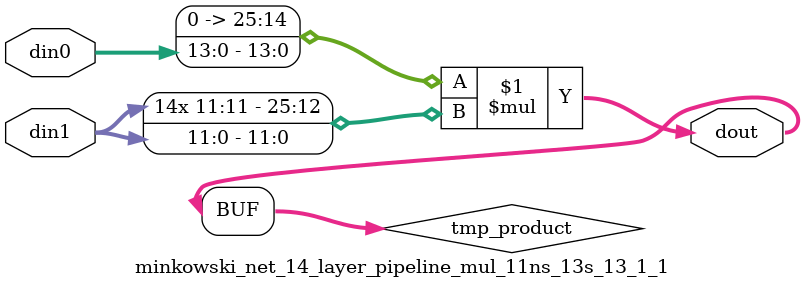
<source format=v>

`timescale 1 ns / 1 ps

 module minkowski_net_14_layer_pipeline_mul_11ns_13s_13_1_1(din0, din1, dout);
parameter ID = 1;
parameter NUM_STAGE = 0;
parameter din0_WIDTH = 14;
parameter din1_WIDTH = 12;
parameter dout_WIDTH = 26;

input [din0_WIDTH - 1 : 0] din0; 
input [din1_WIDTH - 1 : 0] din1; 
output [dout_WIDTH - 1 : 0] dout;

wire signed [dout_WIDTH - 1 : 0] tmp_product;

























assign tmp_product = $signed({1'b0, din0}) * $signed(din1);










assign dout = tmp_product;





















endmodule

</source>
